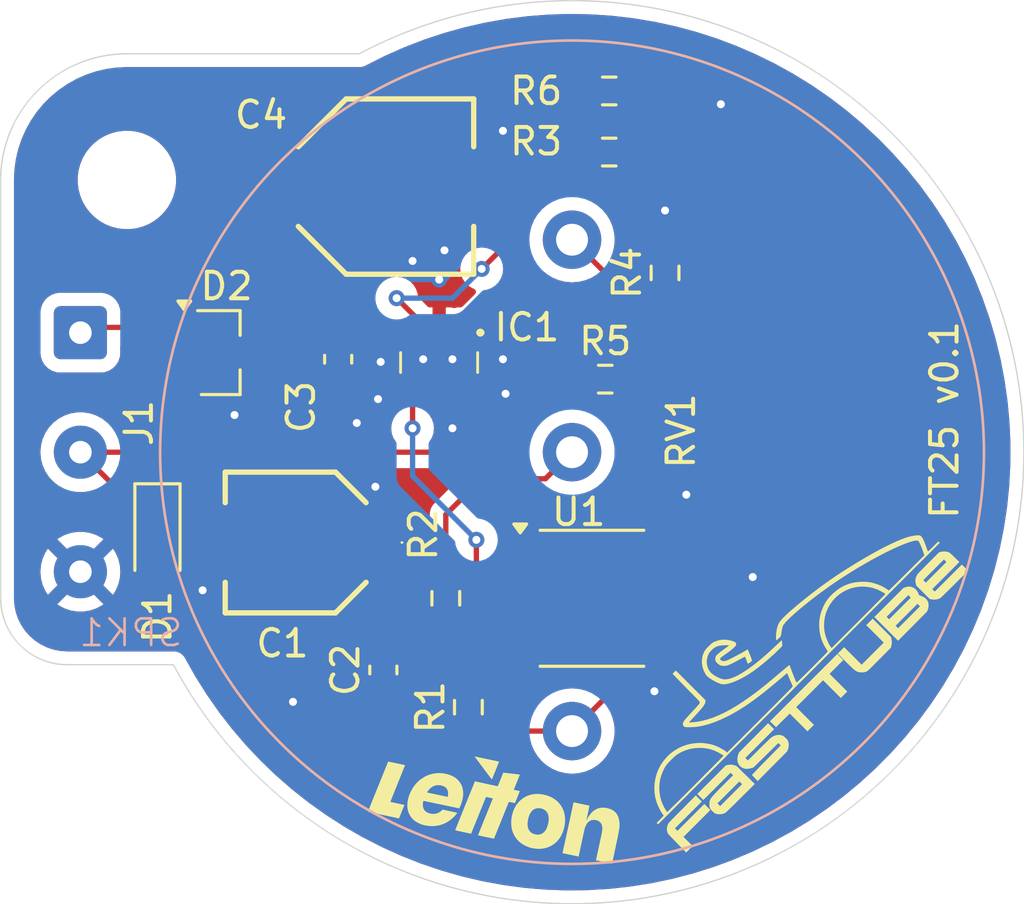
<source format=kicad_pcb>
(kicad_pcb
	(version 20240108)
	(generator "pcbnew")
	(generator_version "8.0")
	(general
		(thickness 1.6)
		(legacy_teardrops no)
	)
	(paper "A4")
	(layers
		(0 "F.Cu" signal)
		(31 "B.Cu" power)
		(32 "B.Adhes" user "B.Adhesive")
		(33 "F.Adhes" user "F.Adhesive")
		(34 "B.Paste" user)
		(35 "F.Paste" user)
		(36 "B.SilkS" user "B.Silkscreen")
		(37 "F.SilkS" user "F.Silkscreen")
		(38 "B.Mask" user)
		(39 "F.Mask" user)
		(40 "Dwgs.User" user "User.Drawings")
		(41 "Cmts.User" user "User.Comments")
		(42 "Eco1.User" user "User.Eco1")
		(43 "Eco2.User" user "User.Eco2")
		(44 "Edge.Cuts" user)
		(45 "Margin" user)
		(46 "B.CrtYd" user "B.Courtyard")
		(47 "F.CrtYd" user "F.Courtyard")
		(48 "B.Fab" user)
		(49 "F.Fab" user)
		(50 "User.1" user)
		(51 "User.2" user)
		(52 "User.3" user)
		(53 "User.4" user)
		(54 "User.5" user)
		(55 "User.6" user)
		(56 "User.7" user)
		(57 "User.8" user)
		(58 "User.9" user)
	)
	(setup
		(stackup
			(layer "F.SilkS"
				(type "Top Silk Screen")
			)
			(layer "F.Paste"
				(type "Top Solder Paste")
			)
			(layer "F.Mask"
				(type "Top Solder Mask")
				(thickness 0.01)
			)
			(layer "F.Cu"
				(type "copper")
				(thickness 0.035)
			)
			(layer "dielectric 1"
				(type "core")
				(thickness 1.51)
				(material "FR4")
				(epsilon_r 4.5)
				(loss_tangent 0.02)
			)
			(layer "B.Cu"
				(type "copper")
				(thickness 0.035)
			)
			(layer "B.Mask"
				(type "Bottom Solder Mask")
				(thickness 0.01)
			)
			(layer "B.Paste"
				(type "Bottom Solder Paste")
			)
			(layer "B.SilkS"
				(type "Bottom Silk Screen")
			)
			(copper_finish "None")
			(dielectric_constraints no)
		)
		(pad_to_mask_clearance 0)
		(allow_soldermask_bridges_in_footprints no)
		(pcbplotparams
			(layerselection 0x00010fc_ffffffff)
			(plot_on_all_layers_selection 0x0000000_00000000)
			(disableapertmacros no)
			(usegerberextensions no)
			(usegerberattributes yes)
			(usegerberadvancedattributes yes)
			(creategerberjobfile yes)
			(dashed_line_dash_ratio 12.000000)
			(dashed_line_gap_ratio 3.000000)
			(svgprecision 4)
			(plotframeref no)
			(viasonmask no)
			(mode 1)
			(useauxorigin no)
			(hpglpennumber 1)
			(hpglpenspeed 20)
			(hpglpendiameter 15.000000)
			(pdf_front_fp_property_popups yes)
			(pdf_back_fp_property_popups yes)
			(dxfpolygonmode yes)
			(dxfimperialunits yes)
			(dxfusepcbnewfont yes)
			(psnegative no)
			(psa4output no)
			(plotreference yes)
			(plotvalue yes)
			(plotfptext yes)
			(plotinvisibletext no)
			(sketchpadsonfab no)
			(subtractmaskfromsilk no)
			(outputformat 1)
			(mirror no)
			(drillshape 1)
			(scaleselection 1)
			(outputdirectory "")
		)
	)
	(net 0 "")
	(net 1 "Net-(C1-+)")
	(net 2 "GND")
	(net 3 "Net-(U1-FEED)")
	(net 4 "Net-(SPK1-M)")
	(net 5 "+24V")
	(net 6 "Net-(U1-HRNEN)")
	(net 7 "Net-(D2-A)")
	(net 8 "Net-(IC1-EN{slash}ADJ)")
	(net 9 "SIG")
	(net 10 "Net-(SPK1-G)")
	(net 11 "Net-(SPK1-F)")
	(net 12 "Net-(R3-Pad2)")
	(net 13 "unconnected-(U1-NC-Pad1)")
	(net 14 "unconnected-(U1-NC-Pad3)")
	(footprint "Connector_Wire:SolderWire-0.25sqmm_1x03_P4.5mm_D0.65mm_OD2mm" (layer "F.Cu") (at 131.5 95.5 -90))
	(footprint "soundbox:EEE0GA101SR" (layer "F.Cu") (at 139.6 103.4 180))
	(footprint "Capacitor_SMD:C_0603_1608Metric_Pad1.08x0.95mm_HandSolder" (layer "F.Cu") (at 141.2 96.5 -90))
	(footprint "LOGO" (layer "F.Cu") (at 157.785054 107.960449 45))
	(footprint "Resistor_SMD:R_0603_1608Metric_Pad0.98x0.95mm_HandSolder" (layer "F.Cu") (at 146.1 109.6 90))
	(footprint "soundbox:06TR4FA104DPR" (layer "F.Cu") (at 159 95.5))
	(footprint "Resistor_SMD:R_0603_1608Metric_Pad0.98x0.95mm_HandSolder" (layer "F.Cu") (at 153.5 93.25 90))
	(footprint "soundbox:EEE1AA101SP" (layer "F.Cu") (at 143 90))
	(footprint "soundbox:PG-SCT595-5" (layer "F.Cu") (at 145 96.5 180))
	(footprint "Resistor_SMD:R_0603_1608Metric_Pad0.98x0.95mm_HandSolder" (layer "F.Cu") (at 145.25 105.5 -90))
	(footprint "Resistor_SMD:R_0603_1608Metric_Pad0.98x0.95mm_HandSolder" (layer "F.Cu") (at 151.4 88.7))
	(footprint "MountingHole:MountingHole_3.2mm_M3_DIN965" (layer "F.Cu") (at 133.25 89.75))
	(footprint "Package_TO_SOT_SMD:SOT-23_Handsoldering" (layer "F.Cu") (at 136.75 96.25))
	(footprint "soundbox:LeitOn_small_wo_sq" (layer "F.Cu") (at 147.2 113.1 -12))
	(footprint "Package_SO:SOIC-8_3.9x4.9mm_P1.27mm" (layer "F.Cu") (at 150.75 105.5))
	(footprint "Resistor_SMD:R_0603_1608Metric_Pad0.98x0.95mm_HandSolder" (layer "F.Cu") (at 151.25 97.25))
	(footprint "Capacitor_SMD:C_0603_1608Metric_Pad1.08x0.95mm_HandSolder" (layer "F.Cu") (at 142.9 108.2 90))
	(footprint "Diode_SMD:D_SOD-323_HandSoldering" (layer "F.Cu") (at 134.4 103.2 -90))
	(footprint "Resistor_SMD:R_0603_1608Metric_Pad0.98x0.95mm_HandSolder" (layer "F.Cu") (at 151.4 86.4))
	(footprint "soundbox:CPT-3016-105T" (layer "B.Cu") (at 150 100 180))
	(gr_arc
		(start 128.5 89.75)
		(mid 129.891243 86.391243)
		(end 133.25 85)
		(stroke
			(width 0.05)
			(type default)
		)
		(layer "Edge.Cuts")
		(uuid "0c9499f7-3257-4d1a-ab45-d3dea9659961")
	)
	(gr_line
		(start 133.25 85)
		(end 142 85)
		(stroke
			(width 0.05)
			(type default)
		)
		(layer "Edge.Cuts")
		(uuid "145b8ce2-1cdf-402f-8341-2813b341aab6")
	)
	(gr_line
		(start 128.5 89.75)
		(end 128.5 105.5)
		(stroke
			(width 0.05)
			(type default)
		)
		(layer "Edge.Cuts")
		(uuid "5702bfe5-fa35-42f9-b66d-dc1faf38af9f")
	)
	(gr_line
		(start 131 108)
		(end 135 108)
		(stroke
			(width 0.05)
			(type default)
		)
		(layer "Edge.Cuts")
		(uuid "7ce022d5-3481-46fd-850f-fa99ac5c91eb")
	)
	(gr_arc
		(start 142 85)
		(mid 166.263456 104.949746)
		(end 135.000001 108.000003)
		(stroke
			(width 0.05)
			(type default)
		)
		(layer "Edge.Cuts")
		(uuid "8a2c619c-8626-4af2-8c59-1422d0ba61b9")
	)
	(gr_arc
		(start 131 108)
		(mid 129.232233 107.267767)
		(end 128.5 105.5)
		(stroke
			(width 0.05)
			(type default)
		)
		(layer "Edge.Cuts")
		(uuid "e1634623-b024-4caa-9d4d-69a765686d49")
	)
	(gr_rect
		(start 128.5 83)
		(end 167 117)
		(stroke
			(width 0.01)
			(type default)
		)
		(fill none)
		(layer "User.1")
		(uuid "39b0a146-c4d4-4256-ae48-acf0ec4d99bd")
	)
	(gr_text "FT25 v0.1"
		(at 164.6 102.6 90)
		(layer "F.SilkS")
		(uuid "0568cae2-bee3-4247-bec4-4aec8861298f")
		(effects
			(font
				(size 1 1)
				(thickness 0.15)
			)
			(justify left bottom)
		)
	)
	(segment
		(start 146.8 104.7)
		(end 147 104.9)
		(width 0.2)
		(layer "F.Cu")
		(net 1)
		(uuid "23159c4b-0d05-4fdc-b47c-91b4c5aadc84")
	)
	(segment
		(start 146.4 105.5)
		(end 146.8 105.1)
		(width 0.2)
		(layer "F.Cu")
		(net 1)
		(uuid "2e49b2f4-0f4a-42c8-a6a5-039a900f4f53")
	)
	(segment
		(start 146.4 104.3)
		(end 146.8 104.7)
		(width 0.2)
		(layer "F.Cu")
		(net 1)
		(uuid "3586deff-2aeb-4ee8-924a-5c5975858c2b")
	)
	(segment
		(start 141.75 103.4)
		(end 142.3 103.4)
		(width 0.2)
		(layer "F.Cu")
		(net 1)
		(uuid "3648f2ab-a01e-4531-908b-27e2efcac7f4")
	)
	(segment
		(start 146.8 105.1)
		(end 147 104.9)
		(width 0.2)
		(layer "F.Cu")
		(net 1)
		(uuid "3d54f7bb-0f3e-4e8c-9f2a-ea5967851a98")
	)
	(segment
		(start 144 99.1)
		(end 144 97.75)
		(width 0.2)
		(layer "F.Cu")
		(net 1)
		(uuid "53018c3e-14f9-4855-ba7d-5ff1ff5be039")
	)
	(segment
		(start 146.8 104.7)
		(end 146.8 105.1)
		(width 0.2)
		(layer "F.Cu")
		(net 1)
		(uuid "63a2ecd6-cfea-4559-836f-e2ade529c70a")
	)
	(segment
		(start 148.24 104.9)
		(end 148.275 104.865)
		(width 0.2)
		(layer "F.Cu")
		(net 1)
		(uuid "6450eb72-3056-4408-b2ce-b82a4ba66d37")
	)
	(segment
		(start 142.3 103.4)
		(end 144.4 105.5)
		(width 0.2)
		(layer "F.Cu")
		(net 1)
		(uuid "78fb4d55-9eeb-477b-84b0-b52108895651")
	)
	(segment
		(start 147 104.9)
		(end 148.24 104.9)
		(width 0.2)
		(layer "F.Cu")
		(net 1)
		(uuid "cb198d8d-a501-4a67-892a-4db1f12c57db")
	)
	(segment
		(start 144 97.75)
		(end 144.05 97.7)
		(width 0.2)
		(layer "F.Cu")
		(net 1)
		(uuid "d6adab63-21a8-4a56-a54e-bd14e6a6a1c3")
	)
	(segment
		(start 144.4 105.5)
		(end 146.4 105.5)
		(width 0.2)
		(layer "F.Cu")
		(net 1)
		(uuid "fd5f52d7-7959-4d13-b8fa-c12c2f5d57b6")
	)
	(segment
		(start 146.4 103.3)
		(end 146.4 104.3)
		(width 0.2)
		(layer "F.Cu")
		(net 1)
		(uuid "ff60d241-25fa-4bd5-abab-3a1de60998bb")
	)
	(via
		(at 146.4 103.3)
		(size 0.6)
		(drill 0.3)
		(layers "F.Cu" "B.Cu")
		(net 1)
		(uuid "2a83fc44-fdc9-4b52-a65a-6fc21b06e69b")
	)
	(via
		(at 144 99.1)
		(size 0.6)
		(drill 0.3)
		(layers "F.Cu" "B.Cu")
		(net 1)
		(uuid "d4a065cc-ffbd-4ff3-8943-35e922962971")
	)
	(segment
		(start 144 100.9)
		(end 144 99.1)
		(width 0.2)
		(layer "B.Cu")
		(net 1)
		(uuid "4219455b-e5d5-42aa-a462-d39a17d9593b")
	)
	(segment
		(start 146.4 103.3)
		(end 144 100.9)
		(width 0.2)
		(layer "B.Cu")
		(net 1)
		(uuid "bd0cf8d0-3ae1-4f87-a404-c26f0595cc95")
	)
	(via
		(at 155.6 86.9)
		(size 0.6)
		(drill 0.3)
		(layers "F.Cu" "B.Cu")
		(free yes)
		(net 2)
		(uuid "06a1a750-8536-4cf8-9192-35bc867304a9")
	)
	(via
		(at 141.9 98.9)
		(size 0.6)
		(drill 0.3)
		(layers "F.Cu" "B.Cu")
		(free yes)
		(net 2)
		(uuid "1634c358-6587-4d9e-a4c2-90a5ab1faafd")
	)
	(via
		(at 147.5 97.8)
		(size 0.6)
		(drill 0.3)
		(layers "F.Cu" "B.Cu")
		(free yes)
		(net 2)
		(uuid "1a418d52-d221-44b1-ad1d-91e97992ecb3")
	)
	(via
		(at 142.7 98)
		(size 0.6)
		(drill 0.3)
		(layers "F.Cu" "B.Cu")
		(free yes)
		(net 2)
		(uuid "25345f8f-538d-46a3-b8d8-5a868b8a4bca")
	)
	(via
		(at 144 92.8)
		(size 0.6)
		(drill 0.3)
		(layers "F.Cu" "B.Cu")
		(free yes)
		(net 2)
		(uuid "384c8bfa-3338-4421-b506-b5dcc7f603cf")
	)
	(via
		(at 153.5 90.9)
		(size 0.6)
		(drill 0.3)
		(layers "F.Cu" "B.Cu")
		(free yes)
		(net 2)
		(uuid "59e64dbd-0451-436f-844e-4c0d273598ba")
	)
	(via
		(at 145.5 96.5)
		(size 0.6)
		(drill 0.3)
		(layers "F.Cu" "B.Cu")
		(free yes)
		(net 2)
		(uuid "6a66460c-c4ed-4cbb-ad75-8721cfb01e79")
	)
	(via
		(at 153.1 109)
		(size 0.6)
		(drill 0.3)
		(layers "F.Cu" "B.Cu")
		(free yes)
		(net 2)
		(uuid "7fa75b93-3a54-4ab9-823b-8664220d8fc0")
	)
	(via
		(at 136.1 105.2)
		(size 0.6)
		(drill 0.3)
		(layers "F.Cu" "B.Cu")
		(free yes)
		(net 2)
		(uuid "83ee66e4-35b7-421f-bd51-e9232ebc2f9c")
	)
	(via
		(at 147.4 87.9)
		(size 0.6)
		(drill 0.3)
		(layers "F.Cu" "B.Cu")
		(free yes)
		(net 2)
		(uuid "87ee8f62-5586-4ec4-bf64-4d8e7f4f3c00")
	)
	(via
		(at 142.8 96.6)
		(size 0.6)
		(drill 0.3)
		(layers "F.Cu" "B.Cu")
		(free yes)
		(net 2)
		(uuid "88f446c1-03c1-4aaf-8c6d-a532e3fea711")
	)
	(via
		(at 145.2 92.4)
		(size 0.6)
		(drill 0.3)
		(layers "F.Cu" "B.Cu")
		(free yes)
		(net 2)
		(uuid "96ccf5b1-b85a-42c6-89d1-03c3653c0e78")
	)
	(via
		(at 142.6 101.3)
		(size 0.6)
		(drill 0.3)
		(layers "F.Cu" "B.Cu")
		(free yes)
		(net 2)
		(uuid "9e742198-762b-4d9c-9ee4-84515cbad2db")
	)
	(via
		(at 145 93.5)
		(size 0.6)
		(drill 0.3)
		(layers "F.Cu" "B.Cu")
		(free yes)
		(net 2)
		(uuid "b57f5c0c-c97f-4e02-83ff-2ef698d42b64")
	)
	(via
		(at 145.5 99.1)
		(size 0.6)
		(drill 0.3)
		(layers "F.Cu" "B.Cu")
		(free yes)
		(net 2)
		(uuid "b5ab2b73-4634-4e0e-855d-42a626e2a677")
	)
	(via
		(at 154.3 101.6)
		(size 0.6)
		(drill 0.3)
		(layers "F.Cu" "B.Cu")
		(free yes)
		(net 2)
		(uuid "b76a2fc2-0f04-4ac7-8040-3c68efea3aaa")
	)
	(via
		(at 147.4 96.5)
		(size 0.6)
		(drill 0.3)
		(layers "F.Cu" "B.Cu")
		(free yes)
		(net 2)
		(uuid "d6efebd2-3405-41b1-bc0d-84897ffc75fb")
	)
	(via
		(at 156.8 104.7)
		(size 0.6)
		(drill 0.3)
		(layers "F.Cu" "B.Cu")
		(free yes)
		(net 2)
		(uuid "db890ffb-38c3-4b56-bb01-106cd42901c5")
	)
	(via
		(at 144.4 96.5)
		(size 0.6)
		(drill 0.3)
		(layers "F.Cu" "B.Cu")
		(free yes)
		(net 2)
		(uuid "dcf1182a-9346-40f1-9a54-d1175b80aebf")
	)
	(via
		(at 139.5 109.4)
		(size 0.6)
		(drill 0.3)
		(layers "F.Cu" "B.Cu")
		(free yes)
		(net 2)
		(uuid "dee0939a-5e0d-4315-a470-5bde3c7fcd15")
	)
	(via
		(at 137.3 98.6)
		(size 0.6)
		(drill 0.3)
		(layers "F.Cu" "B.Cu")
		(free yes)
		(net 2)
		(uuid "ecf13844-64d3-4d09-826f-01f2a3714814")
	)
	(segment
		(start 146.1 107.7)
		(end 146.105 107.7)
		(width 0.2)
		(layer "F.Cu")
		(net 3)
		(uuid "03b0e9e5-8a96-42f1-8078-ebba29bd5839")
	)
	(segment
		(start 148.275 107.405)
		(end 146.4 107.405)
		(width 0.2)
		(layer "F.Cu")
		(net 3)
		(uuid "0b4acb31-5237-4423-9c56-ec6bf9c00ec6")
	)
	(segment
		(start 146.1 108.6875)
		(end 146.1 107.7)
		(width 0.2)
		(layer "F.Cu")
		(net 3)
		(uuid "201ab615-0522-495a-ae13-1b6f9c239fc8")
	)
	(segment
		(start 146.105 107.7)
		(end 146.4 107.405)
		(width 0.2)
		(layer "F.Cu")
		(net 3)
		(uuid "23d50f62-75c6-4b69-883d-637919349f3a")
	)
	(segment
		(start 146.4 107.405)
		(end 146.2425 107.405)
		(width 0.2)
		(layer "F.Cu")
		(net 3)
		(uuid "39477d66-e76a-4cfb-9254-438e8c0920c5")
	)
	(segment
		(start 146.2425 107.405)
		(end 145.25 106.4125)
		(width 0.2)
		(layer "F.Cu")
		(net 3)
		(uuid "6e21e258-4266-4604-be6c-27ec70bfdf85")
	)
	(segment
		(start 142.9 107.3375)
		(end 144.25 108.6875)
		(width 0.2)
		(layer "F.Cu")
		(net 3)
		(uuid "809582d5-cb13-4f9f-8fae-3838a63656e2")
	)
	(segment
		(start 146.1 107.2625)
		(end 145.25 106.4125)
		(width 0.2)
		(layer "F.Cu")
		(net 3)
		(uuid "b9dddcfa-14ec-4998-b61a-00d5d86f6ac9")
	)
	(segment
		(start 144.25 108.6875)
		(end 146.1 108.6875)
		(width 0.2)
		(layer "F.Cu")
		(net 3)
		(uuid "c431d874-8573-4efa-9021-024d20a72e9e")
	)
	(segment
		(start 146.1 107.7)
		(end 146.1 107.2625)
		(width 0.2)
		(layer "F.Cu")
		(net 3)
		(uuid "d75fea04-e428-4fc0-8c23-06dae495c80a")
	)
	(segment
		(start 148.2 109.6)
		(end 150.3 107.5)
		(width 0.2)
		(layer "F.Cu")
		(net 4)
		(uuid "09090e3d-2f29-4507-9429-c54334b8180b")
	)
	(segment
		(start 151.25 98.55)
		(end 151.7 99)
		(width 0.2)
		(layer "F.Cu")
		(net 4)
		(uuid "30c7c0a9-de98-46ee-ad56-98519c7cfb85")
	)
	(segment
		(start 150.3 107.5)
		(end 150.3 106.3)
		(width 0.2)
		(layer "F.Cu")
		(net 4)
		(uuid "34d22c14-3b91-47dd-9037-04ff02b781cf")
	)
	(segment
		(start 152 104.865)
		(end 151.735 104.865)
		(width 0.2)
		(layer "F.Cu")
		(net 4)
		(uuid "36da2dfc-84c8-4d31-a70b-2f8f40fe67e3")
	)
	(segment
		(start 151.7 104.6)
		(end 151.7 104.83)
		(width 0.2)
		(layer "F.Cu")
		(net 4)
		(uuid "3ae480d1-8672-4f2c-a851-94f59965e078")
	)
	(segment
		(start 151.7 99)
		(end 151.7 104.6)
		(width 0.2)
		(layer "F.Cu")
		(net 4)
		(uuid "45402f4d-99c3-4ba9-bd66-4a1ea8da26b0")
	)
	(segment
		(start 151.735 104.6)
		(end 152 104.865)
		(width 0.2)
		(layer "F.Cu")
		(net 4)
		(uuid "5da0f8fb-e2f9-41b0-9801-f13702b13393")
	)
	(segment
		(start 151.7 104.83)
		(end 151.735 104.865)
		(width 0.2)
		(layer "F.Cu")
		(net 4)
		(uuid "78b78ccc-63d2-4be6-8684-dc2b419e2d99")
	)
	(segment
		(start 151.25 93.25)
		(end 151.25 98.55)
		(width 0.2)
		(layer "F.Cu")
		(net 4)
		(uuid "7bc63da9-9e54-4147-a93d-721567276b1d")
	)
	(segment
		(start 143.4375 109.6)
		(end 148.2 109.6)
		(width 0.2)
		(layer "F.Cu")
		(net 4)
		(uuid "c2b5b2b3-27c6-43a2-b502-9ae649b08a1d")
	)
	(segment
		(start 151.735 104.865)
		(end 150.3 106.3)
		(width 0.2)
		(layer "F.Cu")
		(net 4)
		(uuid "cf7f2034-b1e3-46d7-85ba-64c853f641b5")
	)
	(segment
		(start 150 92)
		(end 151.25 93.25)
		(width 0.2)
		(layer "F.Cu")
		(net 4)
		(uuid "d0f86c55-1497-473f-92ab-0926b530691e")
	)
	(segment
		(start 153.06 104.7)
		(end 153.225 104.865)
		(width 0.2)
		(layer "F.Cu")
		(net 4)
		(uuid "de487b46-dff6-4637-b730-51caf9eeca2e")
	)
	(segment
		(start 151.7 104.6)
		(end 151.735 104.6)
		(width 0.2)
		(layer "F.Cu")
		(net 4)
		(uuid "e604e90e-3383-4c49-a31e-adad540853ba")
	)
	(segment
		(start 142.9 109.0625)
		(end 143.4375 109.6)
		(width 0.2)
		(layer "F.Cu")
		(net 4)
		(uuid "e7b372ad-6d44-40f3-b292-ca0030a4c4bb")
	)
	(segment
		(start 153.225 104.865)
		(end 152 104.865)
		(width 0.2)
		(layer "F.Cu")
		(net 4)
		(uuid "fb5f5bb4-df8e-49f9-aeab-c72ab1a7e5d2")
	)
	(segment
		(start 141.2 95.6375)
		(end 141.2 90.7)
		(width 0.2)
		(layer "F.Cu")
		(net 5)
		(uuid "054909e3-392b-4d3d-88ec-2922324e7a7e")
	)
	(segment
		(start 147.7 92)
		(end 147.7 91)
		(width 0.2)
		(layer "F.Cu")
		(net 5)
		(uuid "1714de18-f19e-4a1d-9fcb-abbc4390ca85")
	)
	(segment
		(start 143.4 94.2)
		(end 144.05 94.85)
		(width 0.2)
		(layer "F.Cu")
		(net 5)
		(uuid "1dab445f-7c67-472b-bea0-a057a8fe6814")
	)
	(segment
		(start 141.5875 95.25)
		(end 144 95.25)
		(width 0.2)
		(layer "F.Cu")
		(net 5)
		(uuid "3cdd5ae0-fe74-40b7-91eb-253b46d6524f")
	)
	(segment
		(start 138.25 96.25)
		(end 139.5 96.25)
		(width 0.2)
		(layer "F.Cu")
		(net 5)
		(uuid "4441b124-5698-47f2-8d50-494066e51d56")
	)
	(segment
		(start 140.1125 95.6375)
		(end 141.2 95.6375)
		(width 0.2)
		(layer "F.Cu")
		(net 5)
		(uuid "8b82cbf6-a61f-4b56-bb7e-98c50b4ea897")
	)
	(segment
		(start 150 88.7)
		(end 150.4875 88.7)
		(width 0.2)
		(layer "F.Cu")
		(net 5)
		(uuid "91449544-3d85-43bf-892d-142f30243a74")
	)
	(segment
		(start 146.6 93.1)
		(end 147.7 92)
		(width 0.2)
		(layer "F.Cu")
		(net 5)
		(uuid "a21a02bd-2759-401c-b257-6fddf78b91b4")
	)
	(segment
		(start 141.2 90.7)
		(end 140.5 90)
		(width 0.2)
		(layer "F.Cu")
		(net 5)
		(uuid "ab3fc132-876d-40fd-8a37-516f998d4401")
	)
	(segment
		(start 144.05 94.85)
		(end 144.05 95.3)
		(width 0.2)
		(layer "F.Cu")
		(net 5)
		(uuid "adf1574a-72d4-442f-b8a1-48199444bd90")
	)
	(segment
		(start 147.7 91)
		(end 150 88.7)
		(width 0.2)
		(layer "F.Cu")
		(net 5)
		(uuid "b0d0a533-03d1-4d10-9c9d-275a057f1864")
	)
	(segment
		(start 139.5 96.25)
		(end 140.1125 95.6375)
		(width 0.2)
		(layer "F.Cu")
		(net 5)
		(uuid "b40aa696-d52a-4b37-a289-b30fb8eedf24")
	)
	(segment
		(start 141.2 95.6375)
		(end 141.5875 95.25)
		(width 0.2)
		(layer "F.Cu")
		(net 5)
		(uuid "c70a6765-40cc-46c1-a2d9-b3050acd3216")
	)
	(segment
		(start 150.4875 86.4)
		(end 150.4875 88.7)
		(width 0.2)
		(layer "F.Cu")
		(net 5)
		(uuid "e74d25ae-28d4-40ff-aaa6-db74846f4d2c")
	)
	(via
		(at 146.6 93.1)
		(size 0.6)
		(drill 0.3)
		(layers "F.Cu" "B.Cu")
		(net 5)
		(uuid "1f66e272-7d73-47e7-85fd-2cea844f1376")
	)
	(via
		(at 143.4 94.2)
		(size 0.6)
		(drill 0.3)
		(layers "F.Cu" "B.Cu")
		(net 5)
		(uuid "8331b1ec-10d8-49af-bc63-06d3c2054628")
	)
	(segment
		(start 143.4 94.2)
		(end 145.5 94.2)
		(width 0.2)
		(layer "B.Cu")
		(net 5)
		(uuid "86e56fd6-02b5-4dbf-9477-8f508caac46e")
	)
	(segment
		(start 145.5 94.2)
		(end 146.6 93.1)
		(width 0.2)
		(layer "B.Cu")
		(net 5)
		(uuid "d03544bb-5e1e-42e4-89c6-39b622a494c2")
	)
	(segment
		(start 152.5 97.5875)
		(end 152.5 101.75)
		(width 0.2)
		(layer "F.Cu")
		(net 6)
		(uuid "074a2975-fd68-4c40-8155-f0e5b9abf23d")
	)
	(segment
		(start 152.1625 97.25)
		(end 152.5 97.5875)
		(width 0.2)
		(layer "F.Cu")
		(net 6)
		(uuid "21ff4d6b-8fcc-4b1c-820c-c5cadcb9bf55")
	)
	(segment
		(start 152.5 101.75)
		(end 153.25 102.5)
		(width 0.2)
		(layer "F.Cu")
		(net 6)
		(uuid "2fba2c5a-2a97-4175-bfeb-038d973dde82")
	)
	(segment
		(start 153.25 103.57)
		(end 153.225 103.595)
		(width 0.2)
		(layer "F.Cu")
		(net 6)
		(uuid "418fabef-99d7-47c9-abc2-f7723d16f244")
	)
	(segment
		(start 152.1625 97.25)
		(end 152.25 97.25)
		(width 0.2)
		(layer "F.Cu")
		(net 6)
		(uuid "52311879-8ed6-466b-bba9-44d036750aed")
	)
	(segment
		(start 153.25 102.5)
		(end 153.25 103.57)
		(width 0.2)
		(layer "F.Cu")
		(net 6)
		(uuid "cdcf619f-a978-4667-ae1c-20f141c6c1ed")
	)
	(segment
		(start 153.5 96)
		(end 153.5 94.1625)
		(width 0.2)
		(layer "F.Cu")
		(net 6)
		(uuid "ef8cfd81-6cb9-4d71-b3bf-0610e509a439")
	)
	(segment
		(start 152.25 97.25)
		(end 153.5 96)
		(width 0.2)
		(layer "F.Cu")
		(net 6)
		(uuid "fa2f396c-09cf-4795-881a-85a4b4ae0039")
	)
	(segment
		(start 135.25 95.3)
		(end 131.7 95.3)
		(width 0.2)
		(layer "F.Cu")
		(net 7)
		(uuid "a91db6b1-c4d0-4082-8243-54f9f4debef9")
	)
	(segment
		(start 131.7 95.3)
		(end 131.5 95.5)
		(width 0.2)
		(layer "F.Cu")
		(net 7)
		(uuid "b4303bdb-fbe9-4f59-8912-f6fe0909e13f")
	)
	(segment
		(start 159 91.225)
		(end 157.525 89.75)
		(width 0.2)
		(layer "F.Cu")
		(net 8)
		(uuid "10e80ff1-24c9-4e99-a6ae-40c6b4da76d7")
	)
	(segment
		(start 149.75 89.75)
		(end 148.25 91.25)
		(width 0.2)
		(layer "F.Cu")
		(net 8)
		(uuid "7c187c0d-5463-49e4-b302-7e6b907a001c")
	)
	(segment
		(start 148.25 93)
		(end 145.95 95.3)
		(width 0.2)
		(layer "F.Cu")
		(net 8)
		(uuid "8bb138d7-1901-4f2f-9ff7-18ec756edcd7")
	)
	(segment
		(start 157.525 89.75)
		(end 149.75 89.75)
		(width 0.2)
		(layer "F.Cu")
		(net 8)
		(uuid "8caf3322-20bd-4792-87d4-2ac4b6e61f44")
	)
	(segment
		(start 148.25 91.25)
		(end 148.25 93)
		(width 0.2)
		(layer "F.Cu")
		(net 8)
		(uuid "fd5ccc6b-1f50-4929-b1e8-f7fa3b79e0ff")
	)
	(segment
		(start 133.45 101.95)
		(end 134.4 101.95)
		(width 0.2)
		(layer "F.Cu")
		(net 9)
		(uuid "05b532a6-fe47-472d-bfdc-b7fa527e457c")
	)
	(segment
		(start 131.5 100)
		(end 133.45 101.95)
		(width 0.2)
		(layer "F.Cu")
		(net 9)
		(uuid "5897cff1-8ae6-43fe-9b64-2df6ee85f8da")
	)
	(segment
		(start 131.5 100)
		(end 147.5875 100)
		(width 0.2)
		(layer "F.Cu")
		(net 9)
		(uuid "68ec2551-dc2f-4feb-998d-5e43f9491561")
	)
	(segment
		(start 147.5875 100)
		(end 150.3375 97.25)
		(width 0.2)
		(layer "F.Cu")
		(net 9)
		(uuid "9f921939-1f2c-472f-a905-eb1badda63b1")
	)
	(segment
		(start 146.1 110.5125)
		(end 146.1125 110.5)
		(width 0.2)
		(layer "F.Cu")
		(net 10)
		(uuid "0985b6fd-d180-4fc5-bce9-3d6204322516")
	)
	(segment
		(start 150 110.5)
		(end 151.3 109.2)
		(width 0.2)
		(layer "F.Cu")
		(net 10)
		(uuid "29833cd4-ae84-47c3-a086-4dfcd0ca3a64")
	)
	(segment
		(start 146.1125 110.5)
		(end 150 110.5)
		(width 0.2)
		(layer "F.Cu")
		(net 10)
		(uuid "924cc875-b40f-4c52-9192-86ac241c9175")
	)
	(segment
		(start 151.965 106.135)
		(end 153.225 106.135)
		(width 0.2)
		(layer "F.Cu")
		(net 10)
		(uuid "d32f4e74-f404-477c-91c6-11336f273e81")
	)
	(segment
		(start 151.3 109.2)
		(end 151.3 106.8)
		(width 0.2)
		(layer "F.Cu")
		(net 10)
		(uuid "e4c7c31e-d0bc-4d47-b7ae-acbdc347fd7a")
	)
	(segment
		(start 151.3 106.8)
		(end 151.965 106.135)
		(width 0.2)
		(layer "F.Cu")
		(net 10)
		(uuid "e78a7e10-98f9-4831-bed7-9f8aafb304a1")
	)
	(segment
		(start 149 101)
		(end 150 100)
		(width 0.2)
		(layer "F.Cu")
		(net 11)
		(uuid "8d7611e4-d6ec-4e26-a345-d196483f8f97")
	)
	(segment
		(start 145.25 104.5875)
		(end 145.25 102.35)
		(width 0.2)
		(layer "F.Cu")
		(net 11)
		(uuid "95eae689-383a-4f3d-a046-a827404393ba")
	)
	(segment
		(start 145.25 102.35)
		(end 146.6 101)
		(width 0.2)
		(layer "F.Cu")
		(net 11)
		(uuid "9ace5704-4338-424e-8bcc-109ce8f1c967")
	)
	(segment
		(start 146.6 101)
		(end 149 101)
		(width 0.2)
		(layer "F.Cu")
		(net 11)
		(uuid "e94929f1-e2b3-4397-9986-2c91a2f4beee")
	)
	(segment
		(start 161.15 100.425)
		(end 161.15 89.95)
		(width 0.2)
		(layer "F.Cu")
		(net 12)
		(uuid "26979417-b786-4be8-984f-7d0738cdff24")
	)
	(segment
		(start 161.15 89.95)
		(end 159.9 88.7)
		(width 0.2)
		(layer "F.Cu")
		(net 12)
		(uuid "7718b055-c971-4cec-ab44-672e9f6976fc")
	)
	(segment
		(start 159.9 88.7)
		(end 152.3125 88.7)
		(width 0.2)
		(layer "F.Cu")
		(net 12)
		(uuid "8f63e3d9-dbb7-40be-853d-4d064e73fe36")
	)
	(segment
		(start 152.3125 86.4)
		(end 152.3125 88.7)
		(width 0.2)
		(layer "F.Cu")
		(net 12)
		(uuid "d1f80375-c994-4ac9-a326-cf0882761c94")
	)
	(zone
		(net 2)
		(net_name "GND")
		(layer "F.Cu")
		(uuid "3fbb25a7-40e0-4e93-a8cf-da28d9fa13f5")
		(hatch edge 0.5)
		(connect_pads
			(clearance 0.5)
		)
		(min_thickness 0.25)
		(filled_areas_thickness no)
		(fill yes
			(thermal_gap 0.5)
			(thermal_bridge_width 0.5)
		)
		(polygon
			(pts
				(arc
					(start 133.25 85)
					(mid 129.891243 86.391243)
					(end 128.5 89.75)
				)
				(arc
					(start 128.5 105.5)
					(mid 129.232233 107.267767)
					(end 131 108)
				)
				(xy 135 108)
				(arc
					(start 135.000001 108.000003)
					(mid 166.263456 104.949746)
					(end 142 85)
				)
			)
		)
		(filled_polygon
			(layer "F.Cu")
			(pts
				(xy 150.729967 83.516727) (xy 150.735946 83.516994) (xy 151.529551 83.571622) (xy 151.535512 83.572178)
				(xy 152.325547 83.665284) (xy 152.331488 83.666131) (xy 153.116064 83.797492) (xy 153.121948 83.798625)
				(xy 153.899202 83.967928) (xy 153.905055 83.969353) (xy 154.67315 84.176196) (xy 154.678926 84.177903)
				(xy 154.926303 84.25759) (xy 155.436071 84.421803) (xy 155.441739 84.423781) (xy 155.642771 84.4995)
				(xy 156.18618 84.704175) (xy 156.191764 84.706435) (xy 156.420514 84.805529) (xy 156.92169 85.022639)
				(xy 156.927133 85.025156) (xy 157.640856 85.376443) (xy 157.646152 85.379211) (xy 158.007932 85.579661)
				(xy 158.341966 85.764738) (xy 158.347163 85.767784) (xy 158.47746 85.848486) (xy 158.948506 86.140239)
				(xy 159.023447 86.186655) (xy 159.028489 86.189951) (xy 159.683594 86.641142) (xy 159.68847 86.644678)
				(xy 160.320892 87.12715) (xy 160.325591 87.130918) (xy 160.933869 87.64356) (xy 160.938379 87.647553)
				(xy 161.114867 87.811595) (xy 161.499775 88.16936) (xy 161.52102 88.189106) (xy 161.525322 88.193304)
				(xy 162.080992 88.76253) (xy 162.085075 88.76692) (xy 162.42776 89.1539) (xy 162.612445 89.362457)
				(xy 162.616328 89.367062) (xy 163.114154 89.987504) (xy 163.117808 89.992292) (xy 163.584903 90.63616)
				(xy 163.588321 90.64112) (xy 164.02362 91.306946) (xy 164.026792 91.312067) (xy 164.429209 91.998189)
				(xy 164.43213 92.003457) (xy 164.800779 92.708359) (xy 164.80344 92.713763) (xy 165.137416 93.435723)
				(xy 165.139811 93.441249) (xy 165.438334 94.178578) (xy 165.440458 94.184215) (xy 165.702817 94.935159)
				(xy 165.704665 94.940892) (xy 165.930247 95.703687) (xy 165.931815 95.709503) (xy 166.120094 96.482377)
				(xy 166.121377 96.488262) (xy 166.271897 97.26935) (xy 166.272893 97.275291) (xy 166.385306 98.062778)
				(xy 166.386012 98.06876) (xy 166.460049 98.860763) (xy 166.460464 98.866772) (xy 166.495954 99.661458)
				(xy 166.496076 99.66748) (xy 166.492931 100.462926) (xy 166.492761 100.468947) (xy 166.450992 101.263308)
				(xy 166.45053 101.269314) (xy 166.370231 102.060734) (xy 166.369477 102.06671) (xy 166.250847 102.853248)
				(xy 166.249804 102.859181) (xy 166.093108 103.639082) (xy 166.091779 103.644957) (xy 165.897403 104.416295)
				(xy 165.89579 104.422098) (xy 165.664175 105.183117) (xy 165.662281 105.188835) (xy 165.394001 105.937657)
				(xy 165.391833 105.943277) (xy 165.087485 106.678239) (xy 165.085046 106.683746) (xy 164.745375 107.40304)
				(xy 164.742671 107.408423) (xy 164.368469 108.110374) (xy 164.365507 108.115619) (xy 163.957661 108.798566)
				(xy 163.954448 108.803661) (xy 163.513912 109.466005) (xy 163.510455 109.470938) (xy 163.03828 110.1111)
				(xy 163.034588 110.115859) (xy 162.531877 110.732341) (xy 162.527958 110.736916) (xy 161.995916 111.328243)
				(xy 161.99178 111.332621) (xy 161.431636 111.897426) (xy 161.427292 111.901599) (xy 160.840365 112.438551)
				(xy 160.835823 112.442507) (xy 160.223555 112.950289) (xy 160.218827 112.954021) (xy 159.582572 113.431508)
				(xy 159.577667 113.435005) (xy 158.919031 113.880992) (xy 158.913963 113.884248) (xy 158.2344 114.297752)
				(xy 158.22918 114.300757) (xy 157.530353 114.680764) (xy 157.524993 114.683512) (xy 156.808549 115.02913)
				(xy 156.803061 115.031615) (xy 156.07065 115.342042) (xy 156.065049 115.344257) (xy 155.318444 115.618746)
				(xy 155.312742 115.620686) (xy 154.553708 115.858588) (xy 154.547918 115.86025) (xy 153.778191 116.06102)
				(xy 153.772328 116.062398) (xy 152.993786 116.225546) (xy 152.987862 116.226638) (xy 152.202301 116.351787)
				(xy 152.196331 116.35259) (xy 151.405621 116.439444) (xy 151.399619 116.439956) (xy 150.605628 116.488307)
				(xy 150.599609 116.488527) (xy 149.804195 116.498265) (xy 149.798172 116.498192) (xy 149.003244 116.469291)
				(xy 148.997231 116.468926) (xy 148.204642 116.401456) (xy 148.198655 116.4008) (xy 147.410252 116.294916)
				(xy 147.404303 116.293969) (xy 146.622001 116.149929) (xy 146.616117 116.148697) (xy 146.189642 116.048542)
				(xy 145.84171 115.966832) (xy 145.835882 115.965313) (xy 145.071224 115.746055) (xy 145.065476 115.744254)
				(xy 144.312383 115.488127) (xy 144.306729 115.48605) (xy 143.56695 115.193649) (xy 143.561403 115.191299)
				(xy 142.836702 114.863319) (xy 142.831277 114.860703) (xy 142.123376 114.497927) (xy 142.118083 114.495051)
				(xy 141.775208 114.297752) (xy 141.428576 114.098291) (xy 141.423452 114.095174) (xy 140.754067 113.665424)
				(xy 140.749086 113.662053) (xy 140.101371 113.200311) (xy 140.096552 113.196697) (xy 139.47199 112.704019)
				(xy 139.467353 112.700174) (xy 138.867485 112.177775) (xy 138.86304 112.17371) (xy 138.289225 111.622774)
				(xy 138.285004 111.618519) (xy 137.738622 111.040367) (xy 137.734602 111.035901) (xy 137.7005 110.996111)
				(xy 137.216945 110.431903) (xy 137.213163 110.427268) (xy 136.725416 109.798803) (xy 136.721866 109.793992)
				(xy 136.265236 109.142613) (xy 136.261907 109.13761) (xy 135.837445 108.464819) (xy 135.834383 108.459694)
				(xy 135.472447 107.81904) (xy 135.467008 107.807879) (xy 135.438688 107.758829) (xy 135.436662 107.75518)
				(xy 135.410612 107.706335) (xy 135.405882 107.699721) (xy 135.406296 107.699424) (xy 135.40585 107.698822)
				(xy 135.405447 107.699132) (xy 135.4005 107.692685) (xy 135.361331 107.653517) (xy 135.358432 107.650519)
				(xy 135.339444 107.63021) (xy 135.320612 107.610066) (xy 135.320606 107.610062) (xy 135.314329 107.6049)
				(xy 135.314651 107.604507) (xy 135.314068 107.604044) (xy 135.31376 107.604447) (xy 135.307318 107.599504)
				(xy 135.307314 107.5995) (xy 135.287321 107.587957) (xy 135.259272 107.571762) (xy 135.255748 107.569648)
				(xy 135.208765 107.540373) (xy 135.208761 107.540372) (xy 135.201367 107.537013) (xy 135.201577 107.53655)
				(xy 135.200884 107.536249) (xy 135.200691 107.536717) (xy 135.193181 107.533606) (xy 135.139606 107.519251)
				(xy 135.135607 107.518107) (xy 135.112998 107.511226) (xy 135.082691 107.502002) (xy 135.074678 107.500672)
				(xy 135.07476 107.500175) (xy 135.074013 107.500063) (xy 135.073948 107.50056) (xy 135.065893 107.4995)
				(xy 135.065892 107.4995) (xy 135.010425 107.4995) (xy 135.006256 107.49943) (xy 134.95098 107.49757)
				(xy 134.950979 107.49757) (xy 134.950975 107.49757) (xy 134.942888 107.498359) (xy 134.942838 107.497852)
				(xy 134.92846 107.4995) (xy 131.004067 107.4995) (xy 130.995957 107.499235) (xy 130.747116 107.482925)
				(xy 130.731035 107.480807) (xy 130.490464 107.432954) (xy 130.474797 107.428756) (xy 130.24252 107.349909)
				(xy 130.227534 107.343702) (xy 130.007539 107.235212) (xy 129.993492 107.227102) (xy 129.789539 107.090825)
				(xy 129.776671 107.080951) (xy 129.59225 106.919218) (xy 129.580781 106.907749) (xy 129.419048 106.723328)
				(xy 129.409174 106.71046) (xy 129.393408 106.686865) (xy 129.272897 106.506507) (xy 129.264787 106.49246)
				(xy 129.21306 106.387569) (xy 129.156294 106.272458) (xy 129.15009 106.257479) (xy 129.071243 106.025202)
				(xy 129.067045 106.009535) (xy 129.053315 105.94051) (xy 129.01919 105.768953) (xy 129.017075 105.752895)
				(xy 129.000765 105.504043) (xy 129.0005 105.495933) (xy 129.0005 104.499994) (xy 129.994859 104.499994)
				(xy 129.994859 104.500005) (xy 130.015385 104.747729) (xy 130.015387 104.747738) (xy 130.076412 104.988717)
				(xy 130.176266 105.216364) (xy 130.276564 105.369882) (xy 131.078274 104.568172) (xy 131.103963 104.664044)
				(xy 131.159916 104.760956) (xy 131.239044 104.840084) (xy 131.335956 104.896037) (xy 131.431827 104.921725)
				(xy 130.629942 105.723609) (xy 130.676768 105.760055) (xy 130.67677 105.760056) (xy 130.895385 105.878364)
				(xy 130.895396 105.878369) (xy 131.130506 105.959083) (xy 131.375707 106) (xy 131.624293 106) (xy 131.869493 105.959083)
				(xy 132.104603 105.878369) (xy 132.104614 105.878364) (xy 132.323228 105.760057) (xy 132.323231 105.760055)
				(xy 132.370056 105.723609) (xy 131.568172 104.921725) (xy 131.664044 104.896037) (xy 131.760956 104.840084)
				(xy 131.840084 104.760956) (xy 131.896037 104.664044) (xy 131.921725 104.568173) (xy 132.723434 105.369882)
				(xy 132.823731 105.216369) (xy 132.923587 104.988717) (xy 132.984043 104.749986) (xy 133.400001 104.749986)
				(xy 133.410494 104.852697) (xy 133.465641 105.019119) (xy 133.465643 105.019124) (xy 133.557684 105.168345)
				(xy 133.681654 105.292315) (xy 133.830875 105.384356) (xy 133.83088 105.384358) (xy 133.997302 105.439505)
				(xy 133.997309 105.439506) (xy 134.100019 105.449999) (xy 134.65 105.449999) (xy 134.699972 105.449999)
				(xy 134.699986 105.449998) (xy 134.802697 105.439505) (xy 134.969119 105.384358) (xy 134.969124 105.384356)
				(xy 135.118345 105.292315) (xy 135.242315 105.168345) (xy 135.334356 105.019124) (xy 135.334358 105.019119)
				(xy 135.389505 104.852697) (xy 135.389506 104.85269) (xy 135.399999 104.749986) (xy 135.4 104.749973)
				(xy 135.4 104.7) (xy 134.65 104.7) (xy 134.65 105.449999) (xy 134.100019 105.449999) (xy 134.149999 105.449998)
				(xy 134.15 105.449998) (xy 134.15 104.7) (xy 133.400001 104.7) (xy 133.400001 104.749986) (xy 132.984043 104.749986)
				(xy 132.984612 104.747738) (xy 132.984614 104.747729) (xy 133.005141 104.500005) (xy 133.005141 104.499994)
				(xy 132.984614 104.25227) (xy 132.984612 104.252261) (xy 132.958719 104.150013) (xy 133.4 104.150013)
				(xy 133.4 104.2) (xy 134.15 104.2) (xy 134.65 104.2) (xy 135.433475 104.2) (xy 135.500514 104.219685)
				(xy 135.546269 104.272489) (xy 135.553822 104.30002) (xy 135.55462 104.299832) (xy 135.556403 104.307379)
				(xy 135.606645 104.442086) (xy 135.606649 104.442093) (xy 135.692809 104.557187) (xy 135.692812 104.55719)
				(xy 135.807906 104.64335) (xy 135.807913 104.643354) (xy 135.94262 104.693596) (xy 135.942627 104.693598)
				(xy 136.002155 104.699999) (xy 136.002172 104.7) (xy 137.2 104.7) (xy 137.7 104.7) (xy 138.897828 104.7)
				(xy 138.897844 104.699999) (xy 138.957372 104.693598) (xy 138.957379 104.693596) (xy 139.092086 104.643354)
				(xy 139.092093 104.64335) (xy 139.207187 104.55719) (xy 139.20719 104.557187) (xy 139.29335 104.442093)
				(xy 139.293354 104.442086) (xy 139.343596 104.307379) (xy 139.343598 104.307372) (xy 139.349999 104.247844)
				(xy 139.35 104.247827) (xy 139.35 103.65) (xy 137.7 103.65) (xy 137.7 104.7) (xy 137.2 104.7) (xy 137.2 103.65)
				(xy 135.55 103.65) (xy 135.55 103.793251) (xy 135.530315 103.86029) (xy 135.477511 103.906045) (xy 135.408353 103.915989)
				(xy 135.344797 103.886964) (xy 135.320461 103.858348) (xy 135.242315 103.731654) (xy 135.118345 103.607684)
				(xy 134.969124 103.515643) (xy 134.969119 103.515641) (xy 134.802697 103.460494) (xy 134.80269 103.460493)
				(xy 134.699986 103.45) (xy 134.65 103.45) (xy 134.65 104.2) (xy 134.15 104.2) (xy 134.15 103.45)
				(xy 134.149999 103.449999) (xy 134.100029 103.45) (xy 134.100011 103.450001) (xy 133.997302 103.460494)
				(xy 133.83088 103.515641) (xy 133.830875 103.515643) (xy 133.681654 103.607684) (xy 133.557684 103.731654)
				(xy 133.465643 103.880875) (xy 133.465641 103.88088) (xy 133.410494 104.047302) (xy 133.410493 104.047309)
				(xy 133.4 104.150013) (xy 132.958719 104.150013) (xy 132.923587 104.011282) (xy 132.823731 103.78363)
				(xy 132.723434 103.630116) (xy 131.921725 104.431826) (xy 131.896037 104.335956) (xy 131.840084 104.239044)
				(xy 131.760956 104.159916) (xy 131.664044 104.103963) (xy 131.568173 104.078274) (xy 132.370057 103.27639)
				(xy 132.370056 103.276389) (xy 132.323229 103.239943) (xy 132.104614 103.121635) (xy 132.104603 103.12163)
				(xy 131.869493 103.040916) (xy 131.624293 103) (xy 131.375707 103) (xy 131.130506 103.040916) (xy 130.895396 103.12163)
				(xy 130.89539 103.121632) (xy 130.676761 103.239949) (xy 130.629942 103.276388) (xy 130.629942 103.27639)
				(xy 131.431827 104.078274) (xy 131.335956 104.103963) (xy 131.239044 104.159916) (xy 131.159916 104.239044)
				(xy 131.103963 104.335956) (xy 131.078274 104.431826) (xy 130.276564 103.630116) (xy 130.176267 103.783632)
				(xy 130.076412 104.011282) (xy 130.015387 104.252261) (xy 130.015385 104.25227) (xy 129.994859 104.499994)
				(xy 129.0005 104.499994) (xy 129.0005 99.999994) (xy 129.994357 99.999994) (xy 129.994357 100.000005)
				(xy 130.01489 100.247812) (xy 130.014892 100.247824) (xy 130.075936 100.488881) (xy 130.175826 100.716606)
				(xy 130.311833 100.924782) (xy 130.311836 100.924785) (xy 130.480256 101.107738) (xy 130.676491 101.260474)
				(xy 130.676493 101.260475) (xy 130.889354 101.37567) (xy 130.89519 101.378828) (xy 131.130386 101.459571)
				(xy 131.375665 101.5005) (xy 131.624335 101.5005) (xy 131.869608 101.459572) (xy 131.869607 101.459572)
				(xy 131.869614 101.459571) (xy 131.975607 101.423182) (xy 132.045402 101.420033) (xy 132.103548 101.452783)
				(xy 132.965139 102.314374) (xy 132.965149 102.314385) (xy 132.969479 102.318715) (xy 132.96948 102.318716)
				(xy 133.081284 102.43052) (xy 133.081286 102.430521) (xy 133.08129 102.430524) (xy 133.202492 102.500499)
				(xy 133.218216 102.509577) (xy 133.330019 102.539534) (xy 133.370942 102.5505) (xy 133.370943 102.5505)
				(xy 133.415202 102.5505) (xy 133.482241 102.570185) (xy 133.520739 102.609401) (xy 133.557288 102.668656)
				(xy 133.681344 102.792712) (xy 133.830666 102.884814) (xy 133.997203 102.939999) (xy 134.099991 102.9505)
				(xy 134.700008 102.950499) (xy 134.700016 102.950498) (xy 134.700019 102.950498) (xy 134.756302 102.944748)
				(xy 134.802797 102.939999) (xy 134.969334 102.884814) (xy 135.118656 102.792712) (xy 135.242712 102.668656)
				(xy 135.320461 102.542603) (xy 135.372409 102.495879) (xy 135.441371 102.484656) (xy 135.505454 102.5125)
				(xy 135.54431 102.570568) (xy 135.55 102.6077) (xy 135.55 103.15) (xy 137.2 103.15) (xy 137.7 103.15)
				(xy 139.35 103.15) (xy 139.35 102.552172) (xy 139.349999 102.552155) (xy 139.343598 102.492627)
				(xy 139.343596 102.49262) (xy 139.293354 102.357913) (xy 139.29335 102.357906) (xy 139.20719 102.242812)
				(xy 139.207187 102.242809) (xy 139.092093 102.156649) (xy 139.092086 102.156645) (xy 138.957379 102.106403)
				(xy 138.957372 102.106401) (xy 138.897844 102.1) (xy 137.7 102.1) (xy 137.7 103.15) (xy 137.2 103.15)
				(xy 137.2 102.1) (xy 136.002155 102.1) (xy 135.942627 102.106401) (xy 135.94262 102.106403) (xy 135.807913 102.156645)
				(xy 135.807906 102.156649) (xy 135.692812 102.242809) (xy 135.623245 102.335738) (xy 135.567311 102.377608)
				(xy 135.497619 102.382592) (xy 135.436297 102.349106) (xy 135.402812 102.287782) (xy 135.400869 102.253193)
				(xy 135.400339 102.253166) (xy 135.400497 102.250034) (xy 135.4005 102.250009) (xy 135.400499 101.649992)
				(xy 135.399153 101.636819) (xy 135.389999 101.547203) (xy 135.389998 101.5472) (xy 135.376174 101.505482)
				(xy 135.334814 101.380666) (xy 135.242712 101.231344) (xy 135.118656 101.107288) (xy 134.969334 101.015186)
				(xy 134.802797 100.960001) (xy 134.802795 100.96) (xy 134.70001 100.9495) (xy 134.099998 100.9495)
				(xy 134.09998 100.949501) (xy 133.997203 100.96) (xy 133.9972 100.960001) (xy 133.830668 101.015185)
				(xy 133.830663 101.015187) (xy 133.727726 101.078679) (xy 133.681344 101.107288) (xy 133.681343 101.107289)
				(xy 133.656613 101.132019) (xy 133.595289 101.165503) (xy 133.525597 101.160517) (xy 133.481252 101.132017)
				(xy 133.161416 100.812181) (xy 133.127931 100.750858) (xy 133.132915 100.681166) (xy 133.174787 100.625233)
				(xy 133.240251 100.600816) (xy 133.249097 100.6005) (xy 145.850902 100.6005) (xy 145.917941 100.620185)
				(xy 145.963696 100.672989) (xy 145.97364 100.742147) (xy 145.944615 100.805703) (xy 145.938583 100.812181)
				(xy 144.769481 101.981282) (xy 144.76948 101.981284) (xy 144.72784 102.053407) (xy 144.690423 102.118215)
				(xy 144.649499 102.270943) (xy 144.649499 102.270945) (xy 144.649499 102.439046) (xy 144.6495 102.439059)
				(xy 144.6495 103.625098) (xy 144.629815 103.692137) (xy 144.590598 103.730636) (xy 144.55165 103.754659)
				(xy 144.429661 103.876648) (xy 144.339093 104.023481) (xy 144.339092 104.023484) (xy 144.284826 104.187247)
				(xy 144.284826 104.187248) (xy 144.284825 104.187248) (xy 144.279058 104.243706) (xy 144.252662 104.308397)
				(xy 144.195481 104.348549) (xy 144.12567 104.351412) (xy 144.068019 104.318784) (xy 143.686818 103.937583)
				(xy 143.653333 103.87626) (xy 143.650499 103.849902) (xy 143.650499 102.552129) (xy 143.650498 102.552123)
				(xy 143.650497 102.552116) (xy 143.644091 102.492517) (xy 143.643109 102.489885) (xy 143.593797 102.357671)
				(xy 143.593793 102.357664) (xy 143.507547 102.242455) (xy 143.507544 102.242452) (xy 143.392335 102.156206)
				(xy 143.392328 102.156202) (xy 143.257482 102.105908) (xy 143.257483 102.105908) (xy 143.197883 102.099501)
				(xy 143.197881 102.0995) (xy 143.197873 102.0995) (xy 143.197864 102.0995) (xy 140.302129 102.0995)
				(xy 140.302123 102.099501) (xy 140.242516 102.105908) (xy 140.107671 102.156202) (xy 140.107664 102.156206)
				(xy 139.992455 102.242452) (xy 139.992452 102.242455) (xy 139.906206 102.357664) (xy 139.906202 102.357671)
				(xy 139.855908 102.492517) (xy 139.850854 102.539529) (xy 139.849501 102.552123) (xy 139.8495 102.552135)
				(xy 139.8495 104.24787) (xy 139.849501 104.247876) (xy 139.855908 104.307483) (xy 139.906202 104.442328)
				(xy 139.906206 104.442335) (xy 139.992452 104.557544) (xy 139.992455 104.557547) (xy 140.107664 104.643793)
				(xy 140.107671 104.643797) (xy 140.242517 104.694091) (xy 140.242516 104.694091) (xy 140.249444 104.694835)
				(xy 140.302127 104.7005) (xy 142.699902 104.700499) (xy 142.766941 104.720184) (xy 142.787583 104.736818)
				(xy 143.915139 105.864374) (xy 143.915149 105.864385) (xy 143.919479 105.868715) (xy 143.91948 105.868716)
				(xy 144.031284 105.98052) (xy 144.031286 105.980521) (xy 144.03129 105.980524) (xy 144.168213 106.059576)
				(xy 144.168215 106.059576) (xy 144.168216 106.059577) (xy 144.182591 106.063428) (xy 144.242251 106.099791)
				(xy 144.272783 106.162637) (xy 144.2745 106.183204) (xy 144.2745 106.711669) (xy 144.274501 106.711687)
				(xy 144.284825 106.812752) (xy 144.339092 106.976515) (xy 144.339093 106.976518) (xy 144.346375 106.988324)
				(xy 144.42966 107.12335) (xy 144.55165 107.24534) (xy 144.698484 107.335908) (xy 144.862247 107.390174)
				(xy 144.963323 107.4005) (xy 145.3374 107.400499) (xy 145.404439 107.420183) (xy 145.42508 107.436817)
				(xy 145.46318 107.474916) (xy 145.496666 107.536238) (xy 145.4995 107.562598) (xy 145.4995 107.725098)
				(xy 145.479815 107.792137) (xy 145.440598 107.830636) (xy 145.40165 107.854659) (xy 145.279659 107.97665)
				(xy 145.247928 108.028096) (xy 145.19598 108.074821) (xy 145.142389 108.087) (xy 144.550097 108.087)
				(xy 144.483058 108.067315) (xy 144.462416 108.050681) (xy 143.911818 107.500083) (xy 143.878333 107.43876)
				(xy 143.875499 107.412402) (xy 143.875499 106.98833) (xy 143.875498 106.988313) (xy 143.865174 106.887247)
				(xy 143.85387 106.853135) (xy 143.810908 106.723484) (xy 143.72034 106.57665) (xy 143.59835 106.45466)
				(xy 143.451516 106.364092) (xy 143.287753 106.309826) (xy 143.287751 106.309825) (xy 143.186678 106.2995)
				(xy 142.61333 106.2995) (xy 142.613312 106.299501) (xy 142.512247 106.309825) (xy 142.348484 106.364092)
				(xy 142.348481 106.364093) (xy 142.201648 106.454661) (xy 142.079661 106.576648) (xy 141.989093 106.723481)
				(xy 141.989091 106.723486) (xy 141.979853 106.751366) (xy 141.934826 106.887247) (xy 141.934826 106.887248)
				(xy 141.934825 106.887248) (xy 141.9245 106.988315) (xy 141.9245 107.686669) (xy 141.924501 107.686687)
				(xy 141.934825 107.787752) (xy 141.956997 107.85466) (xy 141.989092 107.951516) (xy 142.072659 108.087)
				(xy 142.079661 108.098351) (xy 142.093629 108.112319) (xy 142.127114 108.173642) (xy 142.12213 108.243334)
				(xy 142.093629 108.287681) (xy 142.079661 108.301648) (xy 141.989093 108.448481) (xy 141.989091 108.448486)
				(xy 141.969542 108.507482) (xy 141.934826 108.612247) (xy 141.934826 108.612248) (xy 141.934825 108.612248)
				(xy 141.9245 108.713315) (xy 141.9245 109.411669) (xy 141.924501 109.411687) (xy 141.934825 109.512752)
				(xy 141.971109 109.622249) (xy 141.989092 109.676516) (xy 142.07966 109.82335) (xy 142.20165 109.94534)
				(xy 142.348484 110.035908) (xy 142.512247 110.090174) (xy 142.613323 110.1005) (xy 143.070162 110.100499)
				(xy 143.132161 110.117111) (xy 143.205715 110.159577) (xy 143.358443 110.200501) (xy 143.358446 110.200501)
				(xy 143.524154 110.200501) (xy 143.52417 110.2005) (xy 145.0005 110.2005) (xy 145.067539 110.220185)
				(xy 145.113294 110.272989) (xy 145.1245 110.3245) (xy 145.1245 110.811669) (xy 145.124501 110.811687)
				(xy 145.134825 110.912752) (xy 145.162448 110.99611) (xy 145.175633 111.035901) (xy 145.189092 111.076515)
				(xy 145.189093 111.076518) (xy 145.216027 111.120185) (xy 145.27966 111.22335) (xy 145.40165 111.34534)
				(xy 145.548484 111.435908) (xy 145.712247 111.490174) (xy 145.813323 111.5005) (xy 146.386676 111.500499)
				(xy 146.386684 111.500498) (xy 146.386687 111.500498) (xy 146.44203 111.494844) (xy 146.487753 111.490174)
				(xy 146.651516 111.435908) (xy 146.79835 111.34534) (xy 146.92034 111.22335) (xy 146.959783 111.159403)
				(xy 147.01173 111.112679) (xy 147.065321 111.1005) (xy 148.433512 111.1005) (xy 148.500551 111.120185)
				(xy 148.546306 111.172989) (xy 148.548073 111.177048) (xy 148.569532 111.228856) (xy 148.569533 111.228858)
				(xy 148.70116 111.443653) (xy 148.701161 111.443656) (xy 148.749709 111.500498) (xy 148.864776 111.635224)
				(xy 149.013066 111.761875) (xy 149.056343 111.798838) (xy 149.056346 111.798839) (xy 149.27114 111.930466)
				(xy 149.503889 112.026873) (xy 149.748852 112.085683) (xy 150 112.105449) (xy 150.251148 112.085683)
				(xy 150.496111 112.026873) (xy 150.728859 111.930466) (xy 150.943659 111.798836) (xy 151.135224 111.635224)
				(xy 151.298836 111.443659) (xy 151.430466 111.228859) (xy 151.526873 110.996111) (xy 151.585683 110.751148)
				(xy 151.605449 110.5) (xy 151.585683 110.248852) (xy 151.526873 110.003889) (xy 151.523689 109.996203)
				(xy 151.505412 109.952077) (xy 151.497943 109.882608) (xy 151.529218 109.820129) (xy 151.532292 109.816943)
				(xy 151.555261 109.793974) (xy 151.78052 109.568716) (xy 151.859577 109.431784) (xy 151.900501 109.279057)
				(xy 151.900501 109.120942) (xy 151.900501 109.113347) (xy 151.9005 109.113329) (xy 151.9005 108.232154)
				(xy 151.920185 108.165115) (xy 151.972989 108.11936) (xy 152.042147 108.109416) (xy 152.087621 108.125422)
				(xy 152.139803 108.156282) (xy 152.139806 108.156283) (xy 152.297504 108.202099) (xy 152.29751 108.2021)
				(xy 152.33435 108.204999) (xy 152.334366 108.205) (xy 152.975 108.205) (xy 153.475 108.205) (xy 154.115634 108.205)
				(xy 154.115649 108.204999) (xy 154.152489 108.2021) (xy 154.152495 108.202099) (xy 154.310193 108.156283)
				(xy 154.310196 108.156282) (xy 154.451552 108.072685) (xy 154.451561 108.072678) (xy 154.567678 107.956561)
				(xy 154.567685 107.956552) (xy 154.651281 107.815198) (xy 154.6971 107.657486) (xy 154.697295 107.655001)
				(xy 154.697295 107.655) (xy 153.475 107.655) (xy 153.475 108.205) (xy 152.975 108.205) (xy 152.975 107.279)
				(xy 152.994685 107.211961) (xy 153.047489 107.166206) (xy 153.099 107.155) (xy 154.697295 107.155)
				(xy 154.697295 107.154998) (xy 154.6971 107.152513) (xy 154.651281 106.994801) (xy 154.567685 106.853447)
				(xy 154.5629 106.847278) (xy 154.565366 106.845364) (xy 154.538802 106.796776) (xy 154.543749 106.727082)
				(xy 154.564856 106.694232) (xy 154.563301 106.693026) (xy 154.568077 106.686868) (xy 154.568081 106.686865)
				(xy 154.651744 106.545398) (xy 154.697598 106.387569) (xy 154.7005 106.350694) (xy 154.7005 105.919306)
				(xy 154.697598 105.882431) (xy 154.696416 105.878364) (xy 154.651745 105.724606) (xy 154.651744 105.724603)
				(xy 154.651744 105.724602) (xy 154.568081 105.583135) (xy 154.568078 105.583132) (xy 154.563298 105.576969)
				(xy 154.56575 105.575066) (xy 154.539155 105.526421) (xy 154.544104 105.456726) (xy 154.56494 105.424304)
				(xy 154.563298 105.423031) (xy 154.568075 105.41687) (xy 154.568081 105.416865) (xy 154.651744 105.275398)
				(xy 154.697598 105.117569) (xy 154.7005 105.080694) (xy 154.7005 104.649306) (xy 154.697598 104.612431)
				(xy 154.681652 104.557546) (xy 154.651745 104.454606) (xy 154.651744 104.454603) (xy 154.651744 104.454602)
				(xy 154.568081 104.313135) (xy 154.568078 104.313132) (xy 154.563298 104.306969) (xy 154.56575 104.305066)
				(xy 154.539155 104.256421) (xy 154.544104 104.186726) (xy 154.56494 104.154304) (xy 154.563298 104.153031)
				(xy 154.568075 104.14687) (xy 154.568081 104.146865) (xy 154.651744 104.005398) (xy 154.693902 103.86029)
				(xy 154.697597 103.847573) (xy 154.697598 103.847567) (xy 154.700499 103.810701) (xy 154.7005 103.810694)
				(xy 154.7005 103.379306) (xy 154.697598 103.342431) (xy 154.651744 103.184602) (xy 154.568081 103.043135)
				(xy 154.568079 103.043133) (xy 154.568076 103.043129) (xy 154.45187 102.926923) (xy 154.451862 102.926917)
				(xy 154.337326 102.859181) (xy 154.310398 102.843256) (xy 154.310397 102.843255) (xy 154.310396 102.843255)
				(xy 154.310393 102.843254) (xy 154.152573 102.797402) (xy 154.152567 102.797401) (xy 154.115701 102.7945)
				(xy 154.115694 102.7945) (xy 153.9745 102.7945) (xy 153.907461 102.774815) (xy 153.861706 102.722011)
				(xy 153.8505 102.6705) (xy 153.8505 102.420945) (xy 153.850499 102.420941) (xy 153.840674 102.384273)
				(xy 153.828731 102.339698) (xy 153.809577 102.268215) (xy 153.780639 102.218095) (xy 153.73052 102.131284)
				(xy 153.688005 102.088769) (xy 155.539782 102.088769) (xy 155.539782 102.08877) (xy 155.639246 102.210753)
				(xy 155.79687 102.339278) (xy 155.977138 102.433442) (xy 156.172671 102.48939) (xy 156.172674 102.489391)
				(xy 156.291999 102.499999) (xy 156.292002 102.5) (xy 157.407998 102.5) (xy 157.408 102.499999) (xy 157.527325 102.489391)
				(xy 157.527328 102.48939) (xy 157.722861 102.433442) (xy 157.903129 102.339278) (xy 158.06075 102.210755)
				(xy 158.160216 102.08877) (xy 158.160216 102.088768) (xy 156.85 100.778553) (xy 155.539782 102.088769)
				(xy 153.688005 102.088769) (xy 153.618716 102.01948) (xy 153.618715 102.019479) (xy 153.614385 102.015149)
				(xy 153.614374 102.015139) (xy 153.136819 101.537584) (xy 153.103334 101.476261) (xy 153.1005 101.449903)
				(xy 153.1005 99.291976) (xy 155.35 99.291976) (xy 155.35 101.558018) (xy 155.351096 101.570348)
				(xy 155.351097 101.570348) (xy 156.496447 100.425) (xy 156.496447 100.424999) (xy 157.203553 100.424999)
				(xy 157.203553 100.425) (xy 158.348901 101.570349) (xy 158.348902 101.570349) (xy 158.349999 101.558012)
				(xy 158.35 101.558002) (xy 158.35 99.292002) (xy 158.348901 99.27965) (xy 157.203553 100.424999)
				(xy 156.496447 100.424999) (xy 155.351097 99.279649) (xy 155.351096 99.27965) (xy 155.35 99.291976)
				(xy 153.1005 99.291976) (xy 153.1005 98.761229) (xy 155.539782 98.761229) (xy 156.85 100.071447)
				(xy 156.850001 100.071447) (xy 158.160216 98.761229) (xy 158.160216 98.761228) (xy 158.060753 98.639246)
				(xy 157.903129 98.510721) (xy 157.722861 98.416557) (xy 157.527328 98.360609) (xy 157.527325 98.360608)
				(xy 157.408 98.35) (xy 156.291999 98.35) (xy 156.172674 98.360608) (xy 156.172671 98.360609) (xy 155.977138 98.416557)
				(xy 155.79687 98.510721) (xy 155.639249 98.639245) (xy 155.539782 98.761229) (xy 153.1005 98.761229)
				(xy 153.1005 97.777489) (xy 153.106794 97.738485) (xy 153.115685 97.711654) (xy 153.140174 97.637753)
				(xy 153.1505 97.536677) (xy 153.150499 97.250095) (xy 153.170183 97.183057) (xy 153.186813 97.16242)
				(xy 153.858506 96.490728) (xy 153.858511 96.490724) (xy 153.868714 96.48052) (xy 153.868716 96.48052)
				(xy 153.98052 96.368716) (xy 154.041385 96.263294) (xy 154.055987 96.238003) (xy 154.05599 96.237998)
				(xy 154.059576 96.231787) (xy 154.067555 96.202011) (xy 154.100501 96.079057) (xy 154.100501 95.920943)
				(xy 154.100501 95.913348) (xy 154.1005 95.91333) (xy 154.1005 95.1249) (xy 154.120185 95.057861)
				(xy 154.159401 95.019363) (xy 154.19835 94.99534) (xy 154.32034 94.87335) (xy 154.410908 94.726516)
				(xy 154.465174 94.562753) (xy 154.4755 94.461677) (xy 154.475499 93.863324) (xy 154.465174 93.762247)
				(xy 154.410908 93.598484) (xy 154.32034 93.45165) (xy 154.206017 93.337327) (xy 154.172532 93.276004)
				(xy 154.177516 93.206312) (xy 154.206017 93.161964) (xy 154.319948 93.048033) (xy 154.410448 92.901311)
				(xy 154.410453 92.9013) (xy 154.46468 92.737652) (xy 154.474999 92.636654) (xy 154.475 92.636641)
				(xy 154.475 92.5875) (xy 152.525001 92.5875) (xy 152.525001 92.636654) (xy 152.535319 92.737652)
				(xy 152.589546 92.9013) (xy 152.589551 92.901311) (xy 152.680052 93.048034) (xy 152.680055 93.048038)
				(xy 152.793982 93.161965) (xy 152.827467 93.223288) (xy 152.822483 93.29298) (xy 152.793983 93.337327)
				(xy 152.679659 93.451651) (xy 152.589093 93.598481) (xy 152.589092 93.598484) (xy 152.534826 93.762247)
				(xy 152.534826 93.762248) (xy 152.534825 93.762248) (xy 152.5245 93.863315) (xy 152.5245 94.461669)
				(xy 152.524501 94.461687) (xy 152.534825 94.562752) (xy 152.553204 94.618215) (xy 152.589092 94.726516)
				(xy 152.67966 94.87335) (xy 152.80165 94.99534) (xy 152.840597 95.019362) (xy 152.88732 95.071307)
				(xy 152.8995 95.1249) (xy 152.8995 95.699902) (xy 152.879815 95.766941) (xy 152.863181 95.787583)
				(xy 152.412582 96.238181) (xy 152.351259 96.271666) (xy 152.324901 96.2745) (xy 151.9745 96.2745)
				(xy 151.907461 96.254815) (xy 151.861706 96.202011) (xy 151.8505 96.1505) (xy 151.8505 93.339059)
				(xy 151.850501 93.339046) (xy 151.850501 93.170945) (xy 151.850501 93.170943) (xy 151.809577 93.018215)
				(xy 151.780639 92.968095) (xy 151.73052 92.881284) (xy 151.618716 92.76948) (xy 151.618715 92.769479)
				(xy 151.614385 92.765149) (xy 151.614374 92.765139) (xy 151.532292 92.683057) (xy 151.498807 92.621734)
				(xy 151.503791 92.552042) (xy 151.505412 92.547923) (xy 151.526872 92.496113) (xy 151.526871 92.496113)
				(xy 151.526873 92.496111) (xy 151.585683 92.251148) (xy 151.602431 92.038345) (xy 152.525 92.038345)
				(xy 152.525 92.0875) (xy 153.25 92.0875) (xy 153.75 92.0875) (xy 154.474999 92.0875) (xy 154.474999 92.03836)
				(xy 154.474998 92.038345) (xy 154.46468 91.937347) (xy 154.410453 91.773699) (xy 154.410448 91.773688)
				(xy 154.319947 91.626965) (xy 154.319944 91.626961) (xy 154.198038 91.505055) (xy 154.198034 91.505052)
				(xy 154.051311 91.414551) (xy 154.0513 91.414546) (xy 153.887652 91.360319) (xy 153.786654 91.35)
				(xy 153.75 91.35) (xy 153.75 92.0875) (xy 153.25 92.0875) (xy 153.25 91.35) (xy 153.213361 91.35)
				(xy 153.213343 91.350001) (xy 153.112347 91.360319) (xy 152.948699 91.414546) (xy 152.948688 91.414551)
				(xy 152.801965 91.505052) (xy 152.801961 91.505055) (xy 152.680055 91.626961) (xy 152.680052 91.626965)
				(xy 152.589551 91.773688) (xy 152.589546 91.773699) (xy 152.535319 91.937347) (xy 152.525 92.038345)
				(xy 151.602431 92.038345) (xy 151.605449 92) (xy 151.585683 91.748852) (xy 151.526873 91.503889)
				(xy 151.489319 91.413226) (xy 151.430466 91.27114) (xy 151.298839 91.056346) (xy 151.298838 91.056343)
				(xy 151.261875 91.013066) (xy 151.135224 90.864776) (xy 151.008571 90.756604) (xy 150.943656 90.701161)
				(xy 150.943653 90.70116) (xy 150.746309 90.580227) (xy 150.699434 90.528415) (xy 150.688011 90.459486)
				(xy 150.715668 90.395323) (xy 150.773624 90.356298) (xy 150.811099 90.3505) (xy 157.224903 90.3505)
				(xy 157.291942 90.370185) (xy 157.312584 90.386819) (xy 157.463181 90.537416) (xy 157.496666 90.598739)
				(xy 157.4995 90.625097) (xy 157.4995 92.008028) (xy 157.499501 92.008034) (xy 157.510113 92.127415)
				(xy 157.566089 92.323045) (xy 157.56609 92.323048) (xy 157.566091 92.323049) (xy 157.660302 92.503407)
				(xy 157.660304 92.503409) (xy 157.78889 92.661109) (xy 157.853466 92.713763) (xy 157.946593 92.789698)
				(xy 158.126951 92.883909) (xy 158.322582 92.939886) (xy 158.441963 92.9505) (xy 159.558036 92.950499)
				(xy 159.677418 92.939886) (xy 159.873049 92.883909) (xy 160.053407 92.789698) (xy 160.211109 92.661109)
				(xy 160.23105 92.636654) (xy 160.329398 92.516039) (xy 160.387018 92.476521) (xy 160.456857 92.474429)
				(xy 160.51674 92.510427) (xy 160.547654 92.573085) (xy 160.5495 92.594399) (xy 160.5495 98.244609)
				(xy 160.529815 98.311648) (xy 160.477011 98.357403) (xy 160.459612 98.363825) (xy 160.276953 98.41609)
				(xy 160.276951 98.41609) (xy 160.276951 98.416091) (xy 160.096593 98.510302) (xy 160.096591 98.510303)
				(xy 160.09659 98.510304) (xy 159.93889 98.63889) (xy 159.810304 98.79659) (xy 159.810302 98.796593)
				(xy 159.775213 98.863767) (xy 159.716089 98.976954) (xy 159.660114 99.172583) (xy 159.660113 99.172586)
				(xy 159.6495 99.291966) (xy 159.6495 101.558028) (xy 159.649501 101.558034) (xy 159.660113 101.677415)
				(xy 159.716089 101.873045) (xy 159.71609 101.873048) (xy 159.716091 101.873049) (xy 159.810302 102.053407)
				(xy 159.839135 102.088768) (xy 159.93889 102.211109) (xy 160.032803 102.287684) (xy 160.096593 102.339698)
				(xy 160.276951 102.433909) (xy 160.472582 102.489886) (xy 160.591963 102.5005) (xy 161.708036 102.500499)
				(xy 161.827418 102.489886) (xy 162.023049 102.433909) (xy 162.203407 102.339698) (xy 162.361109 102.211109)
				(xy 162.489698 102.053407) (xy 162.583909 101.873049) (xy 162.639886 101.677418) (xy 162.6505 101.558037)
				(xy 162.650499 99.291964) (xy 162.639886 99.172582) (xy 162.595012 99.015756) (xy 162.58391 98.976954)
				(xy 162.583909 98.976953) (xy 162.583909 98.976951) (xy 162.489698 98.796593) (xy 162.437684 98.732803)
				(xy 162.361109 98.63889) (xy 162.212341 98.517587) (xy 162.203407 98.510302) (xy 162.023049 98.416091)
				(xy 162.023046 98.41609) (xy 161.840388 98.363825) (xy 161.78135 98.326457) (xy 161.751887 98.263104)
				(xy 161.7505 98.244609) (xy 161.7505 90.039059) (xy 161.750501 90.039046) (xy 161.750501 89.870945)
				(xy 161.750501 89.870943) (xy 161.709577 89.718215) (xy 161.647623 89.610908) (xy 161.63052 89.581284)
				(xy 161.518716 89.46948) (xy 161.518715 89.469479) (xy 161.514385 89.465149) (xy 161.514374 89.465139)
				(xy 160.38759 88.338355) (xy 160.387588 88.338352) (xy 160.268717 88.219481) (xy 160.268716 88.21948)
				(xy 160.181904 88.16936) (xy 160.181904 88.169359) (xy 160.1819 88.169358) (xy 160.131785 88.140423)
				(xy 159.979057 88.099499) (xy 159.820943 88.099499) (xy 159.813347 88.099499) (xy 159.813331 88.0995)
				(xy 153.274901 88.0995) (xy 153.207862 88.079815) (xy 153.169362 88.040596) (xy 153.14534 88.00165)
				(xy 153.023349 87.879659) (xy 152.971902 87.847926) (xy 152.925178 87.795978) (xy 152.913 87.742388)
				(xy 152.913 87.35761) (xy 152.932685 87.290571) (xy 152.971901 87.252073) (xy 153.02335 87.22034)
				(xy 153.14534 87.09835) (xy 153.235908 86.951516) (xy 153.290174 86.787753) (xy 153.3005 86.686677)
				(xy 153.300499 86.113324) (xy 153.290174 86.012247) (xy 153.235908 85.848484) (xy 153.14534 85.70165)
				(xy 153.02335 85.57966) (xy 152.932129 85.523395) (xy 152.876518 85.489093) (xy 152.876513 85.489091)
				(xy 152.864614 85.485148) (xy 152.712753 85.434826) (xy 152.712751 85.434825) (xy 152.611678 85.4245)
				(xy 152.01333 85.4245) (xy 152.013312 85.424501) (xy 151.912247 85.434825) (xy 151.748484 85.489092)
				(xy 151.748481 85.489093) (xy 151.601648 85.579661) (xy 151.487681 85.693629) (xy 151.426358 85.727114)
				(xy 151.356666 85.72213) (xy 151.312319 85.693629) (xy 151.198351 85.579661) (xy 151.19835 85.57966)
				(xy 151.107129 85.523395) (xy 151.051518 85.489093) (xy 151.051513 85.489091) (xy 151.039614 85.485148)
				(xy 150.887753 85.434826) (xy 150.887751 85.434825) (xy 150.786678 85.4245) (xy 150.18833 85.4245)
				(xy 150.188312 85.424501) (xy 150.087247 85.434825) (xy 149.923484 85.489092) (xy 149.923481 85.489093)
				(xy 149.776648 85.579661) (xy 149.654661 85.701648) (xy 149.564093 85.848481) (xy 149.564092 85.848484)
				(xy 149.509826 86.012247) (xy 149.509826 86.012248) (xy 149.509825 86.012248) (xy 149.4995 86.113315)
				(xy 149.4995 86.686669) (xy 149.499501 86.686687) (xy 149.509825 86.787752) (xy 149.564092 86.951515)
				(xy 149.564093 86.951518) (xy 149.598395 87.007129) (xy 149.65466 87.09835) (xy 149.77665 87.22034)
				(xy 149.828097 87.252072) (xy 149.874821 87.304017) (xy 149.887 87.35761) (xy 149.887 87.742388)
				(xy 149.867315 87.809427) (xy 149.828098 87.847926) (xy 149.77665 87.879659) (xy 149.654661 88.001648)
				(xy 149.564093 88.148481) (xy 149.564091 88.148486) (xy 149.509822 88.312257) (xy 149.509675 88.312948)
				(xy 149.509466 88.313332) (xy 149.507697 88.318673) (xy 1
... [48787 chars truncated]
</source>
